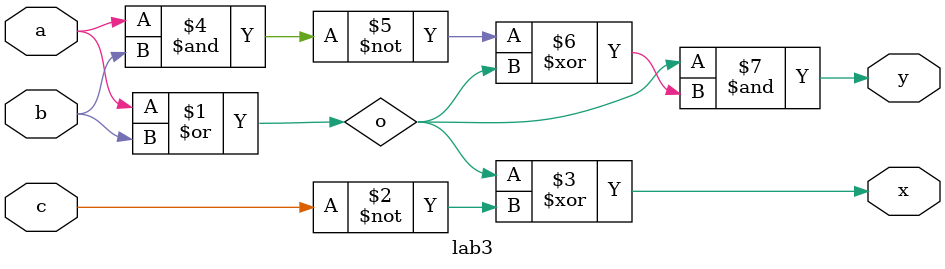
<source format=sv>
module lab3(output logic x, y,
input logic a,b,c
);
logic o;
assign o=a|b;
assign x=o^(~c);
assign y=o&(~(a&b)^o);
endmodule
</source>
